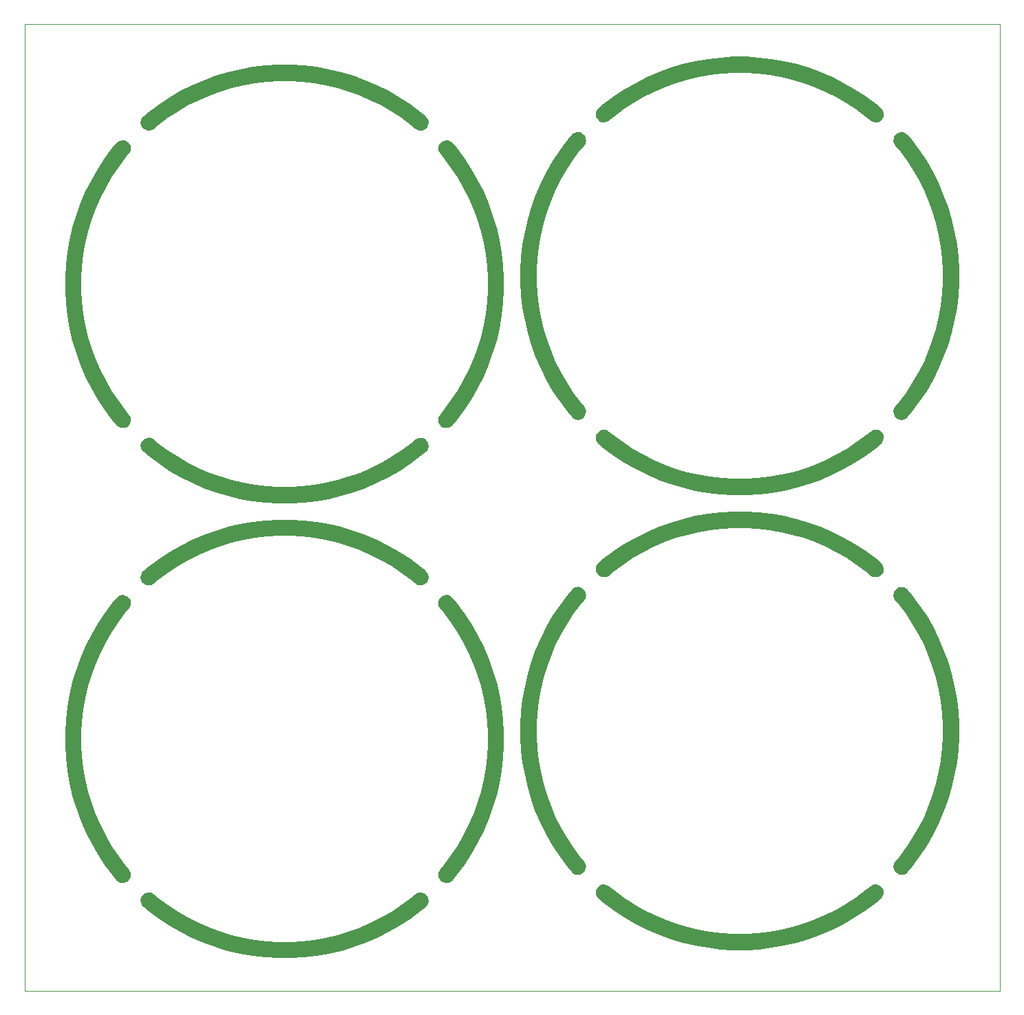
<source format=gbr>
G04*
G04 #@! TF.GenerationSoftware,Altium Limited,Altium Designer,22.4.2 (48)*
G04*
G04 Layer_Color=0*
%FSLAX25Y25*%
%MOIN*%
G70*
G04*
G04 #@! TF.SameCoordinates,836F5DEB-E3E8-4EF0-AA83-6B4C30FB293A*
G04*
G04*
G04 #@! TF.FilePolarity,Positive*
G04*
G01*
G75*
%ADD27C,0.00100*%
G36*
X301904Y156081D02*
X301570Y155683D01*
X300721Y155089D01*
X299746Y154734D01*
X298713Y154644D01*
X297692Y154824D01*
X296752Y155262D01*
X295958Y155929D01*
X295363Y156778D01*
X295008Y157753D01*
X294918Y158786D01*
X295098Y159807D01*
X295536Y160747D01*
X295869Y161144D01*
X297677Y163364D01*
X301096Y167956D01*
X304242Y172739D01*
X307105Y177698D01*
X309675Y182814D01*
X311942Y188071D01*
X313900Y193451D01*
X315542Y198935D01*
X316863Y204506D01*
X317857Y210145D01*
X318522Y215831D01*
X318854Y221547D01*
Y227272D01*
X318522Y232988D01*
X317857Y238674D01*
X316863Y244312D01*
X315542Y249883D01*
X313900Y255368D01*
X311942Y260748D01*
X309675Y266005D01*
X307105Y271121D01*
X304242Y276080D01*
X301096Y280863D01*
X297677Y285455D01*
X295869Y287675D01*
X295545Y288061D01*
X295113Y288971D01*
X294923Y289961D01*
X294989Y290967D01*
X295306Y291924D01*
X295854Y292770D01*
X296597Y293451D01*
X297488Y293923D01*
X298468Y294155D01*
X299476Y294133D01*
X300446Y293858D01*
X301315Y293348D01*
X301671Y292992D01*
X301671Y292992D01*
X301904Y292738D01*
X303892Y290369D01*
X307586Y285407D01*
X310985Y280239D01*
X314078Y274881D01*
X316854Y269353D01*
X319305Y263673D01*
X321420Y257860D01*
X323195Y251934D01*
X324621Y245914D01*
X325695Y239822D01*
X326413Y233678D01*
X326773Y227502D01*
Y221316D01*
X326413Y215141D01*
X325695Y208997D01*
X324621Y202905D01*
X323195Y196885D01*
X321420Y190959D01*
X319305Y185146D01*
X316854Y179466D01*
X314078Y173938D01*
X310985Y168580D01*
X307586Y163412D01*
X303892Y158450D01*
X301904Y156081D01*
D01*
D02*
G37*
G36*
X157207Y299806D02*
X159427Y301614D01*
X164019Y305033D01*
X168802Y308179D01*
X173760Y311042D01*
X178877Y313612D01*
X184134Y315879D01*
X189514Y317837D01*
X194999Y319479D01*
X200569Y320800D01*
X206208Y321794D01*
X211894Y322459D01*
X217610Y322792D01*
X223335D01*
X229051Y322459D01*
X234737Y321794D01*
X240375Y320800D01*
X245946Y319479D01*
X251431Y317837D01*
X256811Y315879D01*
X262068Y313612D01*
X267184Y311042D01*
X272143Y308179D01*
X276926Y305033D01*
X281518Y301614D01*
X283738Y299806D01*
X284124Y299482D01*
X285034Y299050D01*
X286024Y298860D01*
X287030Y298926D01*
X287987Y299243D01*
X288833Y299791D01*
X289514Y300534D01*
X289986Y301425D01*
X290218Y302406D01*
X290196Y303413D01*
X289921Y304383D01*
X289411Y305252D01*
X289054Y305608D01*
X289055Y305608D01*
X288801Y305840D01*
X286432Y307829D01*
X281470Y311523D01*
X276301Y314922D01*
X270944Y318015D01*
X265416Y320791D01*
X259736Y323242D01*
X253923Y325357D01*
X247997Y327132D01*
X241977Y328558D01*
X235885Y329632D01*
X229741Y330350D01*
X223566Y330710D01*
X217379D01*
X211204Y330350D01*
X205060Y329632D01*
X198968Y328558D01*
X192948Y327132D01*
X187022Y325357D01*
X181209Y323242D01*
X175529Y320791D01*
X170001Y318015D01*
X164643Y314922D01*
X159475Y311523D01*
X154513Y307829D01*
X152144Y305840D01*
X151746Y305507D01*
X151152Y304658D01*
X150797Y303683D01*
X150707Y302650D01*
X150887Y301629D01*
X151325Y300689D01*
X151991Y299895D01*
X152841Y299300D01*
X153815Y298945D01*
X154849Y298855D01*
X155870Y299035D01*
X156810Y299473D01*
X157207Y299806D01*
D01*
D02*
G37*
G36*
X139041Y156081D02*
X139375Y155683D01*
X140224Y155089D01*
X141199Y154734D01*
X142232Y154644D01*
X143253Y154824D01*
X144193Y155262D01*
X144987Y155929D01*
X145582Y156778D01*
X145937Y157753D01*
X146027Y158786D01*
X145847Y159807D01*
X145409Y160747D01*
X145076Y161144D01*
X143267Y163364D01*
X139848Y167956D01*
X136702Y172739D01*
X133840Y177698D01*
X131270Y182814D01*
X129003Y188071D01*
X127044Y193451D01*
X125402Y198935D01*
X124082Y204506D01*
X123088Y210145D01*
X122423Y215831D01*
X122090Y221547D01*
Y227272D01*
X122423Y232988D01*
X123088Y238674D01*
X124082Y244312D01*
X125402Y249883D01*
X127044Y255368D01*
X129003Y260748D01*
X131270Y266005D01*
X133840Y271121D01*
X136702Y276080D01*
X139848Y280863D01*
X143267Y285455D01*
X145076Y287675D01*
X145311Y287955D01*
X145670Y288594D01*
X145906Y289287D01*
X146009Y290013D01*
X145977Y290744D01*
X145811Y291458D01*
X145516Y292128D01*
X145102Y292733D01*
X144843Y292992D01*
X144554Y293281D01*
X143868Y293729D01*
X143104Y294026D01*
X142296Y294159D01*
X141477Y294124D01*
X140684Y293920D01*
X139949Y293558D01*
X139305Y293052D01*
X139041Y292738D01*
X137053Y290369D01*
X133359Y285407D01*
X129960Y280239D01*
X126867Y274881D01*
X124091Y269353D01*
X121640Y263673D01*
X119525Y257860D01*
X117750Y251934D01*
X116324Y245914D01*
X115250Y239822D01*
X114531Y233678D01*
X114172Y227502D01*
Y221316D01*
X114531Y215141D01*
X115250Y208997D01*
X116324Y202905D01*
X117750Y196885D01*
X119525Y190959D01*
X121640Y185146D01*
X124091Y179466D01*
X126867Y173938D01*
X129960Y168580D01*
X133359Y163412D01*
X137053Y158450D01*
X139041Y156081D01*
D01*
D02*
G37*
G36*
X288801Y142978D02*
X286432Y140990D01*
X281470Y137296D01*
X276301Y133897D01*
X270944Y130804D01*
X265416Y128027D01*
X259736Y125577D01*
X253923Y123462D01*
X247997Y121687D01*
X241977Y120261D01*
X235885Y119187D01*
X229741Y118468D01*
X223566Y118109D01*
X217379D01*
X211204Y118468D01*
X205060Y119187D01*
X198968Y120261D01*
X192948Y121687D01*
X187022Y123462D01*
X181209Y125577D01*
X175529Y128027D01*
X170001Y130804D01*
X164643Y133897D01*
X159475Y137296D01*
X154513Y140990D01*
X152144Y142978D01*
X151746Y143312D01*
X151152Y144161D01*
X150797Y145136D01*
X150707Y146169D01*
X150887Y147190D01*
X151325Y148130D01*
X151991Y148924D01*
X152841Y149519D01*
X153815Y149874D01*
X154849Y149964D01*
X155870Y149784D01*
X156810Y149346D01*
X157207Y149012D01*
X159427Y147204D01*
X164019Y143786D01*
X168802Y140639D01*
X173760Y137777D01*
X178877Y135207D01*
X184134Y132940D01*
X189514Y130982D01*
X194999Y129340D01*
X200569Y128019D01*
X206208Y127025D01*
X211894Y126360D01*
X217610Y126027D01*
X223335D01*
X229051Y126360D01*
X234737Y127025D01*
X240375Y128019D01*
X245946Y129340D01*
X251431Y130982D01*
X256811Y132940D01*
X262068Y135207D01*
X267184Y137777D01*
X272143Y140639D01*
X276926Y143786D01*
X281518Y147204D01*
X283738Y149012D01*
X284018Y149248D01*
X284657Y149607D01*
X285350Y149843D01*
X286075Y149946D01*
X286807Y149914D01*
X287521Y149748D01*
X288191Y149453D01*
X288796Y149039D01*
X289054Y148780D01*
X289344Y148491D01*
X289792Y147805D01*
X290089Y147041D01*
X290222Y146233D01*
X290187Y145414D01*
X289983Y144621D01*
X289621Y143886D01*
X289115Y143242D01*
X288801Y142978D01*
D01*
D02*
G37*
G36*
X301904Y-64392D02*
X301570Y-64789D01*
X300721Y-65384D01*
X299746Y-65738D01*
X298713Y-65829D01*
X297692Y-65649D01*
X296752Y-65210D01*
X295958Y-64544D01*
X295363Y-63694D01*
X295008Y-62720D01*
X294918Y-61687D01*
X295098Y-60666D01*
X295536Y-59726D01*
X295869Y-59329D01*
X297677Y-57109D01*
X301096Y-52517D01*
X304242Y-47733D01*
X307105Y-42775D01*
X309675Y-37659D01*
X311942Y-32402D01*
X313900Y-27022D01*
X315542Y-21537D01*
X316863Y-15966D01*
X317857Y-10328D01*
X318522Y-4641D01*
X318854Y1074D01*
Y6800D01*
X318522Y12515D01*
X317857Y18202D01*
X316863Y23840D01*
X315542Y29411D01*
X313900Y34896D01*
X311942Y40276D01*
X309675Y45533D01*
X307105Y50649D01*
X304242Y55607D01*
X301096Y60391D01*
X297677Y64983D01*
X295869Y67203D01*
X295545Y67589D01*
X295113Y68499D01*
X294923Y69489D01*
X294989Y70495D01*
X295306Y71451D01*
X295854Y72298D01*
X296597Y72978D01*
X297488Y73450D01*
X298468Y73683D01*
X299476Y73661D01*
X300446Y73386D01*
X301315Y72875D01*
X301671Y72519D01*
X301671Y72519D01*
X301904Y72266D01*
X303892Y69896D01*
X307586Y64934D01*
X310985Y59766D01*
X314078Y54409D01*
X316854Y48881D01*
X319305Y43200D01*
X321420Y37387D01*
X323195Y31461D01*
X324621Y25442D01*
X325695Y19350D01*
X326413Y13206D01*
X326773Y7030D01*
Y844D01*
X326413Y-5332D01*
X325695Y-11476D01*
X324621Y-17568D01*
X323195Y-23587D01*
X321420Y-29513D01*
X319305Y-35326D01*
X316854Y-41007D01*
X314078Y-46535D01*
X310985Y-51892D01*
X307586Y-57060D01*
X303892Y-62022D01*
X301904Y-64392D01*
D01*
D02*
G37*
G36*
X157207Y79334D02*
X159427Y81142D01*
X164019Y84561D01*
X168802Y87707D01*
X173760Y90570D01*
X178877Y93139D01*
X184134Y95407D01*
X189514Y97365D01*
X194999Y99007D01*
X200569Y100327D01*
X206208Y101321D01*
X211894Y101986D01*
X217610Y102319D01*
X223335D01*
X229051Y101986D01*
X234737Y101321D01*
X240375Y100327D01*
X245946Y99007D01*
X251431Y97365D01*
X256811Y95407D01*
X262068Y93139D01*
X267184Y90570D01*
X272143Y87707D01*
X276926Y84561D01*
X281518Y81142D01*
X283738Y79334D01*
X284124Y79010D01*
X285034Y78577D01*
X286024Y78388D01*
X287030Y78454D01*
X287987Y78771D01*
X288833Y79319D01*
X289514Y80062D01*
X289986Y80952D01*
X290218Y81933D01*
X290196Y82941D01*
X289921Y83910D01*
X289411Y84780D01*
X289054Y85136D01*
X289055Y85136D01*
X288801Y85368D01*
X286432Y87356D01*
X281470Y91050D01*
X276301Y94450D01*
X270944Y97543D01*
X265416Y100319D01*
X259736Y102769D01*
X253923Y104885D01*
X247997Y106659D01*
X241977Y108086D01*
X235885Y109160D01*
X229741Y109878D01*
X223566Y110238D01*
X217379D01*
X211204Y109878D01*
X205060Y109160D01*
X198968Y108086D01*
X192948Y106659D01*
X187022Y104885D01*
X181209Y102769D01*
X175529Y100319D01*
X170001Y97543D01*
X164643Y94450D01*
X159475Y91050D01*
X154513Y87356D01*
X152144Y85368D01*
X151746Y85035D01*
X151152Y84185D01*
X150797Y83211D01*
X150707Y82178D01*
X150887Y81156D01*
X151325Y80217D01*
X151991Y79422D01*
X152841Y78827D01*
X153815Y78473D01*
X154849Y78382D01*
X155870Y78562D01*
X156810Y79001D01*
X157207Y79334D01*
D01*
D02*
G37*
G36*
X139041Y-64392D02*
X139375Y-64789D01*
X140224Y-65384D01*
X141199Y-65738D01*
X142232Y-65829D01*
X143253Y-65649D01*
X144193Y-65210D01*
X144987Y-64544D01*
X145582Y-63694D01*
X145937Y-62720D01*
X146027Y-61687D01*
X145847Y-60666D01*
X145409Y-59726D01*
X145076Y-59329D01*
X143267Y-57109D01*
X139848Y-52517D01*
X136702Y-47733D01*
X133840Y-42775D01*
X131270Y-37659D01*
X129003Y-32402D01*
X127044Y-27022D01*
X125402Y-21537D01*
X124082Y-15966D01*
X123088Y-10328D01*
X122423Y-4641D01*
X122090Y1074D01*
Y6800D01*
X122423Y12515D01*
X123088Y18202D01*
X124082Y23840D01*
X125402Y29411D01*
X127044Y34896D01*
X129003Y40276D01*
X131270Y45533D01*
X133840Y50649D01*
X136702Y55607D01*
X139848Y60391D01*
X143267Y64983D01*
X145076Y67203D01*
X145311Y67483D01*
X145670Y68121D01*
X145906Y68815D01*
X146009Y69540D01*
X145977Y70272D01*
X145811Y70985D01*
X145516Y71656D01*
X145102Y72260D01*
X144843Y72519D01*
X144554Y72809D01*
X143868Y73256D01*
X143104Y73553D01*
X142296Y73687D01*
X141477Y73651D01*
X140684Y73448D01*
X139949Y73085D01*
X139305Y72580D01*
X139041Y72266D01*
X137053Y69896D01*
X133359Y64934D01*
X129960Y59766D01*
X126867Y54409D01*
X124091Y48881D01*
X121640Y43200D01*
X119525Y37387D01*
X117750Y31461D01*
X116324Y25442D01*
X115250Y19350D01*
X114531Y13206D01*
X114172Y7030D01*
Y844D01*
X114531Y-5332D01*
X115250Y-11476D01*
X116324Y-17568D01*
X117750Y-23587D01*
X119525Y-29513D01*
X121640Y-35326D01*
X124091Y-41007D01*
X126867Y-46535D01*
X129960Y-51892D01*
X133359Y-57060D01*
X137053Y-62022D01*
X139041Y-64392D01*
D01*
D02*
G37*
G36*
X288801Y-77494D02*
X286432Y-79482D01*
X281470Y-83176D01*
X276301Y-86576D01*
X270944Y-89669D01*
X265416Y-92445D01*
X259736Y-94895D01*
X253923Y-97011D01*
X247997Y-98785D01*
X241977Y-100212D01*
X235885Y-101286D01*
X229741Y-102004D01*
X223566Y-102364D01*
X217379Y-102364D01*
X211204Y-102004D01*
X205060Y-101286D01*
X198968Y-100212D01*
X192948Y-98785D01*
X187022Y-97011D01*
X181209Y-94895D01*
X175529Y-92445D01*
X170001Y-89669D01*
X164643Y-86576D01*
X159475Y-83176D01*
X154513Y-79482D01*
X152144Y-77494D01*
X151746Y-77161D01*
X151152Y-76311D01*
X150797Y-75337D01*
X150707Y-74304D01*
X150887Y-73282D01*
X151325Y-72343D01*
X151991Y-71548D01*
X152841Y-70953D01*
X153815Y-70599D01*
X154849Y-70508D01*
X155870Y-70688D01*
X156810Y-71127D01*
X157207Y-71460D01*
X159427Y-73268D01*
X164019Y-76687D01*
X168802Y-79833D01*
X173760Y-82696D01*
X178877Y-85265D01*
X184134Y-87533D01*
X189514Y-89491D01*
X194999Y-91133D01*
X200569Y-92453D01*
X206208Y-93448D01*
X211894Y-94112D01*
X217610Y-94445D01*
X223335D01*
X229051Y-94112D01*
X234737Y-93448D01*
X240375Y-92453D01*
X245946Y-91133D01*
X251431Y-89491D01*
X256811Y-87533D01*
X262068Y-85265D01*
X267184Y-82696D01*
X272143Y-79833D01*
X276926Y-76687D01*
X281518Y-73268D01*
X283738Y-71460D01*
X284018Y-71224D01*
X284657Y-70865D01*
X285350Y-70630D01*
X286075Y-70526D01*
X286807Y-70558D01*
X287521Y-70724D01*
X288191Y-71020D01*
X288796Y-71433D01*
X289054Y-71692D01*
X289344Y-71982D01*
X289792Y-72668D01*
X290089Y-73431D01*
X290222Y-74240D01*
X290187Y-75058D01*
X289983Y-75852D01*
X289621Y-76586D01*
X289115Y-77231D01*
X288801Y-77494D01*
D01*
D02*
G37*
G36*
X68329Y-81431D02*
X65959Y-83419D01*
X60997Y-87113D01*
X55829Y-90513D01*
X50472Y-93606D01*
X44944Y-96382D01*
X39263Y-98832D01*
X33450Y-100948D01*
X27524Y-102722D01*
X21505Y-104149D01*
X15413Y-105223D01*
X9269Y-105941D01*
X3093Y-106301D01*
X-3093Y-106301D01*
X-9269Y-105941D01*
X-15413Y-105223D01*
X-21505Y-104149D01*
X-27524Y-102722D01*
X-33450Y-100948D01*
X-39263Y-98832D01*
X-44944Y-96382D01*
X-50472Y-93606D01*
X-55829Y-90513D01*
X-60997Y-87113D01*
X-65959Y-83419D01*
X-68329Y-81431D01*
X-68726Y-81098D01*
X-69321Y-80248D01*
X-69675Y-79274D01*
X-69766Y-78241D01*
X-69586Y-77219D01*
X-69147Y-76280D01*
X-68481Y-75485D01*
X-67632Y-74890D01*
X-66657Y-74536D01*
X-65624Y-74445D01*
X-64603Y-74625D01*
X-63663Y-75064D01*
X-63266Y-75397D01*
X-61046Y-77205D01*
X-56454Y-80624D01*
X-51670Y-83770D01*
X-46712Y-86633D01*
X-41596Y-89202D01*
X-36339Y-91470D01*
X-30959Y-93428D01*
X-25474Y-95070D01*
X-19903Y-96390D01*
X-14265Y-97385D01*
X-8578Y-98049D01*
X-2863Y-98382D01*
X2863D01*
X8578Y-98049D01*
X14265Y-97385D01*
X19903Y-96390D01*
X25474Y-95070D01*
X30959Y-93428D01*
X36339Y-91470D01*
X41596Y-89202D01*
X46712Y-86633D01*
X51670Y-83770D01*
X56454Y-80624D01*
X61046Y-77205D01*
X63266Y-75397D01*
X63546Y-75161D01*
X64184Y-74802D01*
X64878Y-74567D01*
X65603Y-74463D01*
X66335Y-74495D01*
X67048Y-74661D01*
X67719Y-74957D01*
X68323Y-75370D01*
X68582Y-75629D01*
X68872Y-75919D01*
X69319Y-76605D01*
X69616Y-77368D01*
X69750Y-78177D01*
X69714Y-78995D01*
X69511Y-79789D01*
X69148Y-80523D01*
X68643Y-81168D01*
X68329Y-81431D01*
D01*
D02*
G37*
G36*
X-81431Y-68329D02*
X-81098Y-68726D01*
X-80248Y-69321D01*
X-79274Y-69675D01*
X-78241Y-69766D01*
X-77219Y-69586D01*
X-76280Y-69147D01*
X-75485Y-68481D01*
X-74890Y-67632D01*
X-74536Y-66657D01*
X-74445Y-65624D01*
X-74625Y-64603D01*
X-75064Y-63663D01*
X-75397Y-63266D01*
X-77205Y-61046D01*
X-80624Y-56454D01*
X-83770Y-51670D01*
X-86633Y-46712D01*
X-89202Y-41596D01*
X-91470Y-36339D01*
X-93428Y-30959D01*
X-95070Y-25474D01*
X-96390Y-19903D01*
X-97385Y-14265D01*
X-98049Y-8578D01*
X-98382Y-2863D01*
Y2863D01*
X-98049Y8578D01*
X-97385Y14265D01*
X-96390Y19903D01*
X-95070Y25474D01*
X-93428Y30959D01*
X-91470Y36339D01*
X-89202Y41596D01*
X-86633Y46712D01*
X-83770Y51670D01*
X-80624Y56454D01*
X-77205Y61046D01*
X-75397Y63266D01*
X-75161Y63546D01*
X-74802Y64184D01*
X-74567Y64878D01*
X-74463Y65603D01*
X-74495Y66335D01*
X-74661Y67048D01*
X-74957Y67719D01*
X-75370Y68323D01*
X-75629Y68582D01*
X-75919Y68872D01*
X-76605Y69319D01*
X-77368Y69616D01*
X-78177Y69750D01*
X-78995Y69714D01*
X-79789Y69511D01*
X-80523Y69148D01*
X-81168Y68643D01*
X-81431Y68329D01*
X-83419Y65959D01*
X-87113Y60997D01*
X-90513Y55829D01*
X-93606Y50472D01*
X-96382Y44944D01*
X-98832Y39263D01*
X-100948Y33450D01*
X-102722Y27524D01*
X-104149Y21505D01*
X-105223Y15413D01*
X-105941Y9269D01*
X-106301Y3093D01*
X-106301Y-3093D01*
X-105941Y-9269D01*
X-105223Y-15413D01*
X-104149Y-21505D01*
X-102722Y-27524D01*
X-100948Y-33450D01*
X-98832Y-39263D01*
X-96382Y-44944D01*
X-93606Y-50472D01*
X-90513Y-55829D01*
X-87113Y-60997D01*
X-83419Y-65959D01*
X-81431Y-68329D01*
D01*
D02*
G37*
G36*
X-63266Y75397D02*
X-61046Y77205D01*
X-56454Y80624D01*
X-51670Y83770D01*
X-46712Y86633D01*
X-41596Y89202D01*
X-36339Y91470D01*
X-30959Y93428D01*
X-25474Y95070D01*
X-19903Y96390D01*
X-14265Y97385D01*
X-8578Y98049D01*
X-2863Y98382D01*
X2863D01*
X8578Y98049D01*
X14265Y97385D01*
X19903Y96390D01*
X25474Y95070D01*
X30959Y93428D01*
X36339Y91470D01*
X41596Y89202D01*
X46712Y86633D01*
X51670Y83770D01*
X56454Y80624D01*
X61046Y77205D01*
X63266Y75397D01*
X63652Y75073D01*
X64562Y74640D01*
X65552Y74451D01*
X66558Y74517D01*
X67514Y74834D01*
X68361Y75382D01*
X69041Y76125D01*
X69513Y77015D01*
X69746Y77996D01*
X69724Y79004D01*
X69449Y79973D01*
X68938Y80843D01*
X68582Y81199D01*
X68582Y81199D01*
X68329Y81431D01*
X65959Y83419D01*
X60997Y87113D01*
X55829Y90513D01*
X50472Y93606D01*
X44944Y96382D01*
X39263Y98832D01*
X33450Y100948D01*
X27524Y102722D01*
X21505Y104149D01*
X15413Y105223D01*
X9269Y105941D01*
X3093Y106301D01*
X-3093D01*
X-9269Y105941D01*
X-15413Y105223D01*
X-21505Y104149D01*
X-27524Y102722D01*
X-33450Y100948D01*
X-39263Y98832D01*
X-44944Y96382D01*
X-50472Y93606D01*
X-55829Y90513D01*
X-60997Y87113D01*
X-65959Y83419D01*
X-68329Y81431D01*
X-68726Y81098D01*
X-69321Y80248D01*
X-69675Y79274D01*
X-69766Y78241D01*
X-69586Y77219D01*
X-69147Y76280D01*
X-68481Y75485D01*
X-67632Y74890D01*
X-66657Y74536D01*
X-65624Y74445D01*
X-64603Y74625D01*
X-63663Y75064D01*
X-63266Y75397D01*
D01*
D02*
G37*
G36*
X81431Y-68329D02*
X81098Y-68726D01*
X80248Y-69321D01*
X79274Y-69675D01*
X78241Y-69766D01*
X77219Y-69586D01*
X76280Y-69147D01*
X75485Y-68481D01*
X74890Y-67632D01*
X74536Y-66657D01*
X74445Y-65624D01*
X74625Y-64603D01*
X75064Y-63663D01*
X75397Y-63266D01*
X77205Y-61046D01*
X80624Y-56454D01*
X83770Y-51670D01*
X86633Y-46712D01*
X89202Y-41596D01*
X91470Y-36339D01*
X93428Y-30959D01*
X95070Y-25474D01*
X96390Y-19903D01*
X97385Y-14265D01*
X98049Y-8578D01*
X98382Y-2863D01*
Y2863D01*
X98049Y8578D01*
X97385Y14265D01*
X96390Y19903D01*
X95070Y25474D01*
X93428Y30959D01*
X91470Y36339D01*
X89202Y41596D01*
X86633Y46712D01*
X83770Y51670D01*
X80624Y56454D01*
X77205Y61046D01*
X75397Y63266D01*
X75073Y63652D01*
X74640Y64562D01*
X74451Y65552D01*
X74517Y66558D01*
X74834Y67514D01*
X75382Y68361D01*
X76125Y69041D01*
X77015Y69513D01*
X77996Y69746D01*
X79004Y69724D01*
X79973Y69449D01*
X80843Y68938D01*
X81199Y68582D01*
X81199Y68582D01*
X81431Y68329D01*
X83419Y65959D01*
X87113Y60997D01*
X90513Y55829D01*
X93606Y50472D01*
X96382Y44944D01*
X98832Y39263D01*
X100948Y33450D01*
X102722Y27524D01*
X104149Y21505D01*
X105223Y15413D01*
X105941Y9269D01*
X106301Y3093D01*
Y-3093D01*
X105941Y-9269D01*
X105223Y-15413D01*
X104149Y-21505D01*
X102722Y-27524D01*
X100948Y-33450D01*
X98832Y-39263D01*
X96382Y-44944D01*
X93606Y-50472D01*
X90513Y-55829D01*
X87113Y-60997D01*
X83419Y-65959D01*
X81431Y-68329D01*
D01*
D02*
G37*
G36*
X68329Y139041D02*
X65959Y137053D01*
X60997Y133359D01*
X55829Y129960D01*
X50472Y126867D01*
X44944Y124091D01*
X39263Y121640D01*
X33450Y119525D01*
X27524Y117750D01*
X21505Y116324D01*
X15413Y115250D01*
X9269Y114531D01*
X3093Y114172D01*
X-3093D01*
X-9269Y114531D01*
X-15413Y115250D01*
X-21505Y116324D01*
X-27524Y117750D01*
X-33450Y119525D01*
X-39263Y121640D01*
X-44944Y124091D01*
X-50472Y126867D01*
X-55829Y129960D01*
X-60997Y133359D01*
X-65959Y137053D01*
X-68329Y139041D01*
X-68726Y139375D01*
X-69321Y140224D01*
X-69675Y141199D01*
X-69766Y142232D01*
X-69586Y143253D01*
X-69147Y144193D01*
X-68481Y144987D01*
X-67632Y145582D01*
X-66657Y145937D01*
X-65624Y146027D01*
X-64603Y145847D01*
X-63663Y145409D01*
X-63266Y145076D01*
X-61046Y143267D01*
X-56454Y139848D01*
X-51670Y136702D01*
X-46712Y133840D01*
X-41596Y131270D01*
X-36339Y129003D01*
X-30959Y127044D01*
X-25474Y125402D01*
X-19903Y124082D01*
X-14265Y123088D01*
X-8578Y122423D01*
X-2863Y122090D01*
X2863D01*
X8578Y122423D01*
X14265Y123088D01*
X19903Y124082D01*
X25474Y125402D01*
X30959Y127044D01*
X36339Y129003D01*
X41596Y131270D01*
X46712Y133840D01*
X51670Y136702D01*
X56454Y139848D01*
X61046Y143267D01*
X63266Y145076D01*
X63546Y145311D01*
X64184Y145670D01*
X64878Y145906D01*
X65603Y146009D01*
X66335Y145977D01*
X67048Y145811D01*
X67719Y145516D01*
X68323Y145102D01*
X68582Y144843D01*
X68872Y144554D01*
X69319Y143868D01*
X69616Y143104D01*
X69750Y142296D01*
X69714Y141477D01*
X69511Y140684D01*
X69148Y139949D01*
X68643Y139305D01*
X68329Y139041D01*
D01*
D02*
G37*
G36*
X-81431Y152144D02*
X-81098Y151746D01*
X-80248Y151152D01*
X-79274Y150797D01*
X-78241Y150707D01*
X-77219Y150887D01*
X-76280Y151325D01*
X-75485Y151991D01*
X-74890Y152841D01*
X-74536Y153815D01*
X-74445Y154849D01*
X-74625Y155870D01*
X-75064Y156810D01*
X-75397Y157207D01*
X-77205Y159427D01*
X-80624Y164019D01*
X-83770Y168802D01*
X-86633Y173760D01*
X-89202Y178877D01*
X-91470Y184134D01*
X-93428Y189514D01*
X-95070Y194999D01*
X-96390Y200569D01*
X-97385Y206208D01*
X-98049Y211894D01*
X-98382Y217610D01*
Y223335D01*
X-98049Y229051D01*
X-97385Y234737D01*
X-96390Y240375D01*
X-95070Y245946D01*
X-93428Y251431D01*
X-91470Y256811D01*
X-89202Y262068D01*
X-86633Y267184D01*
X-83770Y272143D01*
X-80624Y276926D01*
X-77205Y281518D01*
X-75397Y283738D01*
X-75161Y284018D01*
X-74802Y284657D01*
X-74567Y285350D01*
X-74463Y286075D01*
X-74495Y286807D01*
X-74661Y287521D01*
X-74957Y288191D01*
X-75370Y288796D01*
X-75629Y289054D01*
X-75919Y289344D01*
X-76605Y289792D01*
X-77368Y290089D01*
X-78177Y290222D01*
X-78995Y290187D01*
X-79789Y289983D01*
X-80523Y289621D01*
X-81168Y289115D01*
X-81431Y288801D01*
X-83419Y286432D01*
X-87113Y281470D01*
X-90513Y276301D01*
X-93606Y270944D01*
X-96382Y265416D01*
X-98832Y259736D01*
X-100948Y253923D01*
X-102722Y247997D01*
X-104149Y241977D01*
X-105223Y235885D01*
X-105941Y229741D01*
X-106301Y223566D01*
X-106301Y217379D01*
X-105941Y211204D01*
X-105223Y205060D01*
X-104149Y198968D01*
X-102722Y192948D01*
X-100948Y187022D01*
X-98832Y181209D01*
X-96382Y175529D01*
X-93606Y170001D01*
X-90513Y164643D01*
X-87113Y159475D01*
X-83419Y154513D01*
X-81431Y152144D01*
D01*
D02*
G37*
G36*
X-63266Y295869D02*
X-61046Y297677D01*
X-56454Y301096D01*
X-51670Y304242D01*
X-46712Y307105D01*
X-41596Y309675D01*
X-36339Y311942D01*
X-30959Y313900D01*
X-25474Y315542D01*
X-19903Y316863D01*
X-14265Y317857D01*
X-8578Y318522D01*
X-2863Y318854D01*
X2863D01*
X8578Y318522D01*
X14265Y317857D01*
X19903Y316863D01*
X25474Y315542D01*
X30959Y313900D01*
X36339Y311942D01*
X41596Y309675D01*
X46712Y307105D01*
X51670Y304242D01*
X56454Y301096D01*
X61046Y297677D01*
X63266Y295869D01*
X63652Y295545D01*
X64562Y295113D01*
X65552Y294923D01*
X66558Y294989D01*
X67514Y295306D01*
X68361Y295854D01*
X69041Y296597D01*
X69513Y297488D01*
X69746Y298468D01*
X69724Y299476D01*
X69449Y300446D01*
X68938Y301315D01*
X68582Y301671D01*
X68582Y301671D01*
X68329Y301904D01*
X65959Y303892D01*
X60997Y307586D01*
X55829Y310985D01*
X50472Y314078D01*
X44944Y316854D01*
X39263Y319305D01*
X33450Y321420D01*
X27524Y323195D01*
X21505Y324621D01*
X15413Y325695D01*
X9269Y326413D01*
X3093Y326773D01*
X-3093D01*
X-9269Y326413D01*
X-15413Y325695D01*
X-21505Y324621D01*
X-27524Y323195D01*
X-33450Y321420D01*
X-39263Y319305D01*
X-44944Y316854D01*
X-50472Y314078D01*
X-55829Y310985D01*
X-60997Y307586D01*
X-65959Y303892D01*
X-68329Y301904D01*
X-68726Y301570D01*
X-69321Y300721D01*
X-69675Y299746D01*
X-69766Y298713D01*
X-69586Y297692D01*
X-69147Y296752D01*
X-68481Y295958D01*
X-67632Y295363D01*
X-66657Y295008D01*
X-65624Y294918D01*
X-64603Y295098D01*
X-63663Y295536D01*
X-63266Y295869D01*
D01*
D02*
G37*
G36*
X81431Y152144D02*
X81098Y151746D01*
X80248Y151152D01*
X79274Y150797D01*
X78241Y150707D01*
X77219Y150887D01*
X76280Y151325D01*
X75485Y151991D01*
X74890Y152841D01*
X74536Y153815D01*
X74445Y154849D01*
X74625Y155870D01*
X75064Y156810D01*
X75397Y157207D01*
X77205Y159427D01*
X80624Y164019D01*
X83770Y168802D01*
X86633Y173760D01*
X89202Y178877D01*
X91470Y184134D01*
X93428Y189514D01*
X95070Y194999D01*
X96390Y200569D01*
X97385Y206208D01*
X98049Y211894D01*
X98382Y217610D01*
Y223335D01*
X98049Y229051D01*
X97385Y234737D01*
X96390Y240375D01*
X95070Y245946D01*
X93428Y251431D01*
X91470Y256811D01*
X89202Y262068D01*
X86633Y267184D01*
X83770Y272143D01*
X80624Y276926D01*
X77205Y281518D01*
X75397Y283738D01*
X75073Y284124D01*
X74640Y285034D01*
X74451Y286024D01*
X74517Y287030D01*
X74834Y287987D01*
X75382Y288833D01*
X76125Y289514D01*
X77015Y289986D01*
X77996Y290218D01*
X79004Y290196D01*
X79973Y289921D01*
X80843Y289411D01*
X81199Y289054D01*
X81199Y289055D01*
X81431Y288801D01*
X83419Y286432D01*
X87113Y281470D01*
X90513Y276301D01*
X93606Y270944D01*
X96382Y265416D01*
X98832Y259736D01*
X100948Y253923D01*
X102722Y247997D01*
X104149Y241977D01*
X105223Y235885D01*
X105941Y229741D01*
X106301Y223566D01*
Y217379D01*
X105941Y211204D01*
X105223Y205060D01*
X104149Y198968D01*
X102722Y192948D01*
X100948Y187022D01*
X98832Y181209D01*
X96382Y175529D01*
X93606Y170001D01*
X90513Y164643D01*
X87113Y159475D01*
X83419Y154513D01*
X81431Y152144D01*
D01*
D02*
G37*
D27*
X-125984Y-122047D02*
X346457D01*
Y346457D01*
X-125984D01*
Y-122047D01*
M02*

</source>
